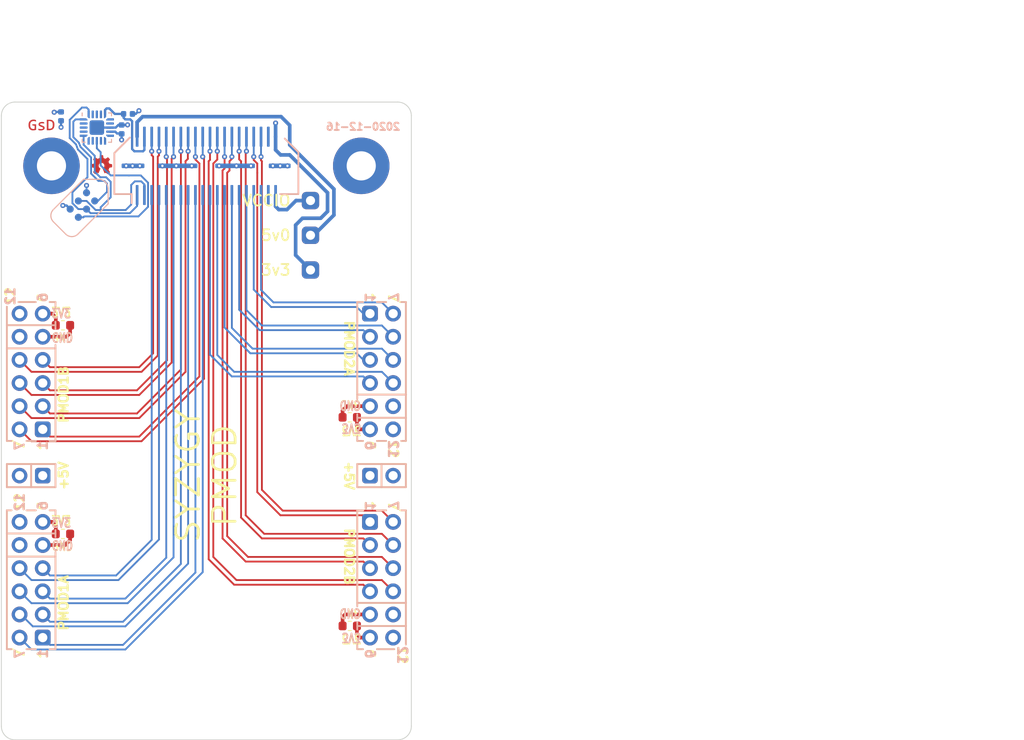
<source format=kicad_pcb>
(kicad_pcb (version 20201116) (generator pcbnew)
  (title_block (title "PMOD breakout") (date "2020-12-16") (rev "r1.0") (comment 1 "SYZYGY Pod"))
  (layers (0 "F.Cu" signal) (1 "In1.Cu" power) (2 "In2.Cu" signal) (31 "B.Cu" signal) (34 "B.Paste" user) (35 "F.Paste" user) (36 "B.SilkS" user "B.Silkscreen") (37 "F.SilkS" user "F.Silkscreen") (38 "B.Mask" user) (39 "F.Mask" user) (44 "Edge.Cuts" user))
  (net 0 "")
  (net 1 "GND")
  (net 2 "+3V3")
  (net 3 "/Peripheral MCU/MISO")
  (net 4 "/Peripheral MCU/~RESET")
  (net 5 "/SCL")
  (net 6 "/SDA")
  (net 7 "/RGA")
  (net 8 "/P1A1")
  (net 9 "/P1A2")
  (net 10 "/P1A7")
  (net 11 "/P1A8")
  (net 12 "/P1A3")
  (net 13 "/P1A4")
  (net 14 "/P1A9")
  (net 15 "+5V")
  (net 16 "/P1A10")
  (net 17 "/P1B1")
  (net 18 "/P1B2")
  (net 19 "/P1B7")
  (net 20 "/P1B8")
  (net 21 "/P1B3")
  (net 22 "/P1B4")
  (net 23 "/P1B9")
  (net 24 "/P1B10")
  (net 25 "/P2A1")
  (net 26 "/P2A2")
  (net 27 "/P2A7")
  (net 28 "/P2A8")
  (net 29 "/P2A3")
  (net 30 "/P2A4")
  (net 31 "/P2A9")
  (net 32 "/P2A10")
  (net 33 "/P2B1")
  (net 34 "/P2B2")
  (net 35 "/P2B7")
  (net 36 "/P2B8")
  (net 37 "/P2B3")
  (net 38 "/P2B4")
  (net 39 "/P2B9")
  (net 40 "/P2B10")
  (net 41 "no_connect_55")
  (net 42 "no_connect_56")
  (net 43 "no_connect_51")
  (net 44 "no_connect_52")
  (net 45 "no_connect_53")
  (net 46 "no_connect_54")
  (net 47 "Net-(U2-Pad2)")
  (net 48 "Net-(U2-Pad3)")
  (net 49 "Net-(U2-Pad4)")
  (net 50 "Net-(U2-Pad11)")
  (net 51 "Net-(U2-Pad12)")
  (net 52 "Net-(U2-Pad14)")
  (net 53 "Net-(U2-Pad15)")
  (net 54 "Net-(J1-Pad37)")
  (net 55 "Net-(J1-Pad38)")
  (net 56 "/VCCIO")
  (footprint "Connector_PinHeader_2.54mm:PinHeader_1x01_P2.54mm_Vertical" (layer "F.Cu") (at 141.43 92.01)
    (fp_text reference "J6" hide)
    (fp_text value "Conn_01x01_Male" hide)
  )
  (footprint "Connector_PinHeader_2.54mm:PinHeader_2x01_P2.54mm_Vertical" (layer "F.Cu") (at 147.96 122.2)
    (fp_text reference "J7" hide)
    (fp_text value "5V AUX" hide)
  )
  (footprint "Capacitor_SMD:C_0603_1608Metric" (layer "F.Cu") (at 145.74 138.7)
    (fp_text reference "C2" hide)
    (fp_text value "DNP" hide)
  )
  (footprint "Capacitor_SMD:C_0603_1608Metric" (layer "F.Cu") (at 114.26 105.7 180)
    (fp_text reference "C4" hide)
    (fp_text value "DNP" hide)
  )
  (footprint "MountingHole:MountingHole_3.2mm_M3_DIN965" (layer "F.Cu") (at 147.5 98.2 90)
    (fp_text reference "H2" hide)
    (fp_text value "MountingHole" hide)
  )
  (footprint "MountingHole:MountingHole_3.2mm_M3_DIN965" (layer "F.Cu") (at 112.4 146.2 90)
    (fp_text reference "H3" hide)
    (fp_text value "MountingHole" hide)
  )
  (footprint "MountingHole:MountingHole_3.2mm_M3_DIN965" (layer "F.Cu") (at 112.5 98.2 90)
    (fp_text reference "H1" hide)
    (fp_text value "MountingHole" hide)
  )
  (footprint "Connector_PinHeader_2.54mm:PinHeader_2x01_P2.54mm_Vertical" (layer "F.Cu") (at 112.04 122.2 180)
    (fp_text reference "J10" hide)
    (fp_text value "5V AUX" hide)
  )
  (footprint "gkl_logos:gsd_logo_small" (layer "F.Cu") (at 111.9 83.8)
    (fp_text reference "G***" hide)
    (fp_text value "LOGO" hide)
  )
  (footprint "Connector_PinHeader_1.00mm:PinHeader_1x01_P1.00mm_Vertical" (layer "F.Cu") (at 146.56 142.81)
    (fp_text reference "" hide)
    (fp_text value "" hide)
  )
  (footprint "gsd-footprints:PMOD_Angled_2x06" (layer "F.Cu") (at 147.96 117.12 90)
    (fp_text reference "J2" hide)
    (fp_text value "PMOD" hide)
  )
  (footprint "MountingHole:MountingHole_3.2mm_M3_DIN965" (layer "F.Cu") (at 147.5 146.2 90)
    (fp_text reference "H4" hide)
    (fp_text value "MountingHole" hide)
  )
  (footprint "gsd-footprints:PMOD_Angled_2x06" (layer "F.Cu") (at 147.96 139.98 90)
    (fp_text reference "J8" hide)
    (fp_text value "PMOD" hide)
  )
  (footprint "Capacitor_SMD:C_0603_1608Metric" (layer "F.Cu") (at 145.74 115.8)
    (fp_text reference "C1" hide)
    (fp_text value "DNP" hide)
  )
  (footprint "Connector_PinHeader_2.54mm:PinHeader_1x01_P2.54mm_Vertical" (layer "F.Cu") (at 141.43 95.82)
    (fp_text reference "J4" hide)
    (fp_text value "Conn_01x01_Male" hide)
  )
  (footprint "gsd-footprints:PMOD_Angled_2x06" (layer "F.Cu") (at 112.04 127.28 -90)
    (fp_text reference "J9" hide)
    (fp_text value "PMOD" hide)
  )
  (footprint "gsd-footprints:PMOD_Angled_2x06" (layer "F.Cu") (at 112.04 104.42 -90)
    (fp_text reference "J11" hide)
    (fp_text value "PMOD" hide)
  )
  (footprint "Connector_PinHeader_2.54mm:PinHeader_1x01_P2.54mm_Vertical" (layer "F.Cu") (at 141.43 99.63)
    (fp_text reference "J5" hide)
    (fp_text value "Conn_01x01_Male" hide)
  )
  (footprint "Capacitor_SMD:C_0603_1608Metric" (layer "F.Cu") (at 114.26 128.6 180)
    (fp_text reference "C3" hide)
    (fp_text value "DNP" hide)
  )
  (footprint "gkl_logos:oshw_small" (layer "F.Cu") (at 118.5 88.1)
    (fp_text reference "G***" hide)
    (fp_text value "LOGO" hide)
  )
  (footprint "gsd-footprints:SYZYGY-STD-POD" (layer "B.Cu") (at 130 88.2 180)
    (fp_text reference "J1" hide)
    (fp_text value "SYZYGY-STD" hide)
  )
  (footprint "Package_DFN_QFN:QFN-20-1EP_3x3mm_P0.45mm_EP1.6x1.6mm" (layer "B.Cu") (at 117.979 84 -90)
    (fp_text reference "U2" hide)
    (fp_text value "ATtiny44A-MMH" hide)
  )
  (footprint "Resistor_SMD:R_0402_1005Metric" (layer "B.Cu") (at 121.4 82.5 180)
    (fp_text reference "R15" hide)
    (fp_text value "10K" hide)
  )
  (footprint "Capacitor_SMD:C_0402_1005Metric" (layer "B.Cu") (at 120.7 84.2 90)
    (fp_text reference "C9" hide)
    (fp_text value "0.1uF" hide)
  )
  (footprint "Capacitor_SMD:C_0402_1005Metric" (layer "B.Cu") (at 114.05 82.765 90)
    (fp_text reference "C10" hide)
    (fp_text value "1uF" hide)
  )
  (footprint "pkl_tag_connect:TC2030-NL_SMALL" (layer "B.Cu") (at 116.4 92.5 -135)
    (fp_text reference "J3" hide)
    (fp_text value "TagConnect" hide)
  )
  (gr_line (start 151.897 118.39) (end 151.389 118.39) (layer "B.SilkS") (width 0.2))
  (gr_line (start 151.897 103.15) (end 151.389 103.15) (layer "B.SilkS") (width 0.2))
  (gr_line (start 108.103 126.01) (end 108.611 126.01) (layer "B.SilkS") (width 0.2))
  (gr_line (start 151.897 138.71) (end 151.897 140.742) (layer "B.SilkS") (width 0.2))
  (gr_line (start 151.897 115.85) (end 146.563001 115.85) (layer "B.SilkS") (width 0.2))
  (gr_line (start 151.897 126.01) (end 151.389 126.01) (layer "B.SilkS") (width 0.2))
  (gr_line (start 108.103 131.09) (end 108.103 128.55) (layer "B.SilkS") (width 0.2))
  (gr_line (start 112.802 118.39) (end 113.437 118.39) (layer "B.SilkS") (width 0.2))
  (gr_line (start 149.738 126.01) (end 148.722 126.01) (layer "B.SilkS") (width 0.2))
  (gr_line (start 113.437 123.47) (end 113.437 120.93) (layer "B.SilkS") (width 0.2))
  (gr_line (start 113.437 141.25) (end 113.436999 130.582) (layer "B.SilkS") (width 0.2))
  (gr_line (start 147.198 126.01) (end 146.563 126.01) (layer "B.SilkS") (width 0.2))
  (gr_line (start 113.437 128.931) (end 113.437 128.169) (layer "B.SilkS") (width 0.2))
  (gr_line (start 108.103 118.39) (end 108.611 118.39) (layer "B.SilkS") (width 0.2))
  (gr_line (start 108.103 128.55) (end 113.436999 128.55) (layer "B.SilkS") (width 0.2))
  (gr_line (start 146.563 126.01) (end 146.563 136.551) (layer "B.SilkS") (width 0.2))
  (gr_line (start 149.23 120.93) (end 149.23 123.47) (layer "B.SilkS") (width 0.2))
  (gr_line (start 108.103 120.93) (end 113.437 120.93) (layer "B.SilkS") (width 0.2))
  (gr_line (start 108.103 123.470001) (end 108.103 120.93) (layer "B.SilkS") (width 0.2))
  (gr_line (start 113.436999 126.518) (end 113.437 126.01) (layer "B.SilkS") (width 0.2))
  (gr_line (start 113.437 106.071) (end 113.437 105.309) (layer "B.SilkS") (width 0.2))
  (gr_line (start 108.103 105.69) (end 113.436999 105.69) (layer "B.SilkS") (width 0.2))
  (gr_line (start 151.897 113.31) (end 151.897 115.85) (layer "B.SilkS") (width 0.2))
  (gr_line (start 151.897 136.17) (end 151.897 126.01) (layer "B.SilkS") (width 0.2))
  (gr_line (start 109.373 103.15) (end 111.278 103.15) (layer "B.SilkS") (width 0.2))
  (gr_line (start 108.103 105.69) (end 108.103 103.658) (layer "B.SilkS") (width 0.2))
  (gr_line (start 108.103 131.09) (end 108.103 141.25) (layer "B.SilkS") (width 0.2))
  (gr_line (start 151.897 120.929999) (end 146.563 120.93) (layer "B.SilkS") (width 0.2))
  (gr_line (start 151.897 138.71) (end 146.563001 138.71) (layer "B.SilkS") (width 0.2))
  (gr_line (start 147.198 103.15) (end 146.563 103.15) (layer "B.SilkS") (width 0.2))
  (gr_line (start 108.103 108.23) (end 108.103 105.69) (layer "B.SilkS") (width 0.2))
  (gr_line (start 151.897 136.17) (end 146.563 136.17) (layer "B.SilkS") (width 0.2))
  (gr_line (start 113.437 118.39) (end 113.437 107.849) (layer "B.SilkS") (width 0.2))
  (gr_line (start 151.897 113.31) (end 146.563 113.31) (layer "B.SilkS") (width 0.2))
  (gr_line (start 108.103 108.23) (end 113.437 108.23) (layer "B.SilkS") (width 0.2))
  (gr_line (start 146.563 141.25) (end 147.198 141.25) (layer "B.SilkS") (width 0.2))
  (gr_line (start 108.103 141.25) (end 108.611 141.25) (layer "B.SilkS") (width 0.2))
  (gr_line (start 149.738 118.39) (end 148.722 118.39) (layer "B.SilkS") (width 0.2))
  (gr_line (start 113.437 126.01) (end 112.802 126.01) (layer "B.SilkS") (width 0.2))
  (gr_line (start 151.897 120.929999) (end 151.897 123.47) (layer "B.SilkS") (width 0.2))
  (gr_line (start 113.437 103.15) (end 112.802 103.15) (layer "B.SilkS") (width 0.2))
  (gr_line (start 151.897 136.17) (end 151.897 138.71) (layer "B.SilkS") (width 0.2))
  (gr_line (start 151.897 123.47) (end 146.563 123.47) (layer "B.SilkS") (width 0.2))
  (gr_line (start 146.563 118.39) (end 147.198 118.39) (layer "B.SilkS") (width 0.2))
  (gr_line (start 146.563001 140.742) (end 146.563 141.25) (layer "B.SilkS") (width 0.2))
  (gr_line (start 110.262 141.25) (end 111.278 141.25) (layer "B.SilkS") (width 0.2))
  (gr_line (start 146.563 115.469) (end 146.563 116.231) (layer "B.SilkS") (width 0.2))
  (gr_line (start 108.103 131.09) (end 113.437 131.09) (layer "B.SilkS") (width 0.2))
  (gr_line (start 110.262 126.01) (end 111.278 126.01) (layer "B.SilkS") (width 0.2))
  (gr_line (start 151.897 113.31) (end 151.897 103.15) (layer "B.SilkS") (width 0.2))
  (gr_line (start 112.802 141.25) (end 113.437 141.25) (layer "B.SilkS") (width 0.2))
  (gr_line (start 108.103 108.23) (end 108.103 118.39) (layer "B.SilkS") (width 0.2))
  (gr_line (start 150.627 141.25) (end 148.722 141.25) (layer "B.SilkS") (width 0.2))
  (gr_line (start 146.563 120.93) (end 146.563 123.47) (layer "B.SilkS") (width 0.2))
  (gr_line (start 108.103 123.470001) (end 113.437 123.47) (layer "B.SilkS") (width 0.2))
  (gr_line (start 151.897 115.85) (end 151.897 118.39) (layer "B.SilkS") (width 0.2))
  (gr_line (start 110.77 123.47) (end 110.77 120.93) (layer "B.SilkS") (width 0.2))
  (gr_line (start 146.563001 117.882) (end 146.563 118.39) (layer "B.SilkS") (width 0.2))
  (gr_line (start 110.262 118.39) (end 111.278 118.39) (layer "B.SilkS") (width 0.2))
  (gr_line (start 113.436999 103.658) (end 113.437 103.15) (layer "B.SilkS") (width 0.2))
  (gr_line (start 149.738 103.15) (end 148.722 103.15) (layer "B.SilkS") (width 0.2))
  (gr_line (start 146.563 103.15) (end 146.563001 113.818) (layer "B.SilkS") (width 0.2))
  (gr_line (start 108.103 128.55) (end 108.103 126.01) (layer "B.SilkS") (width 0.2))
  (gr_line (start 146.563 138.329) (end 146.563 139.091) (layer "B.SilkS") (width 0.2))
  (gr_line (start 112.802001 105.69) (end 108.103 105.69) (layer "F.SilkS") (width 0.2))
  (gr_line (start 108.103 118.39) (end 108.103 105.69) (layer "F.SilkS") (width 0.2))
  (gr_line (start 146.563 118.009) (end 146.563 118.39) (layer "F.SilkS") (width 0.2))
  (gr_line (start 151.262 126.01) (end 151.897 126.01) (layer "F.SilkS") (width 0.2))
  (gr_line (start 146.562999 103.15) (end 147.198 103.15) (layer "F.SilkS") (width 0.2))
  (gr_line (start 151.262 103.15) (end 151.897 103.15) (layer "F.SilkS") (width 0.2))
  (gr_line (start 146.563001 136.169999) (end 151.897 136.17) (layer "F.SilkS") (width 0.2))
  (gr_line (start 146.563001 136.169999) (end 146.563 136.423999) (layer "F.SilkS") (width 0.2))
  (gr_line (start 108.103 128.55) (end 108.103 126.01) (layer "F.SilkS") (width 0.2))
  (gr_line (start 146.563 120.929999) (end 146.563 123.47) (layer "F.SilkS") (width 0.2))
  (gr_line (start 111.278 118.39) (end 110.262001 118.39) (layer "F.SilkS") (width 0.2))
  (gr_line (start 112.802001 128.55) (end 108.103 128.55) (layer "F.SilkS") (width 0.2))
  (gr_line (start 151.897 103.15) (end 151.897 115.85) (layer "F.SilkS") (width 0.2))
  (gr_line (start 111.278 126.01) (end 110.262 126.01) (layer "F.SilkS") (width 0.2))
  (gr_line (start 148.722 141.25) (end 150.627 141.25) (layer "F.SilkS") (width 0.2))
  (gr_line (start 147.197999 138.71) (end 151.897 138.71) (layer "F.SilkS") (width 0.2))
  (gr_line (start 111.278 103.15) (end 109.373 103.15) (layer "F.SilkS") (width 0.2))
  (gr_line (start 146.563 141.25) (end 147.198 141.25) (layer "F.SilkS") (width 0.2))
  (gr_line (start 151.897 126.01) (end 151.897 138.71) (layer "F.SilkS") (width 0.2))
  (gr_line (start 146.563001 136.169999) (end 146.562999 126.01) (layer "F.SilkS") (width 0.2))
  (gr_line (start 108.738 141.25) (end 108.103 141.25) (layer "F.SilkS") (width 0.2))
  (gr_line (start 113.436999 108.230001) (end 113.437 107.976001) (layer "F.SilkS") (width 0.2))
  (gr_line (start 110.77 123.47) (end 110.77 120.93) (layer "F.SilkS") (width 0.2))
  (gr_line (start 113.437 120.93) (end 108.103 120.93) (layer "F.SilkS") (width 0.2))
  (gr_line (start 149.23 120.93) (end 149.23 123.47) (layer "F.SilkS") (width 0.2))
  (gr_line (start 146.563 140.869) (end 146.563 141.25) (layer "F.SilkS") (width 0.2))
  (gr_line (start 111.278 141.25) (end 110.262001 141.25) (layer "F.SilkS") (width 0.2))
  (gr_line (start 113.436999 108.230001) (end 113.437001 118.39) (layer "F.SilkS") (width 0.2))
  (gr_line (start 113.436999 131.090001) (end 113.437 130.709) (layer "F.SilkS") (width 0.2))
  (gr_line (start 108.103 123.47) (end 108.103 120.93) (layer "F.SilkS") (width 0.2))
  (gr_line (start 108.103 141.25) (end 108.103 128.55) (layer "F.SilkS") (width 0.2))
  (gr_line (start 146.563001 113.309999) (end 151.897 113.31) (layer "F.SilkS") (width 0.2))
  (gr_line (start 113.436999 131.090001) (end 108.103 131.09) (layer "F.SilkS") (width 0.2))
  (gr_line (start 151.897 138.71) (end 151.897 140.742) (layer "F.SilkS") (width 0.2))
  (gr_line (start 108.738 118.39) (end 108.103 118.39) (layer "F.SilkS") (width 0.2))
  (gr_line (start 113.436999 131.090001) (end 113.437001 141.25) (layer "F.SilkS") (width 0.2))
  (gr_line (start 151.897 115.85) (end 151.897 118.39) (layer "F.SilkS") (width 0.2))
  (gr_line (start 151.897 120.93) (end 151.897 123.47) (layer "F.SilkS") (width 0.2))
  (gr_line (start 113.436999 108.230001) (end 108.103 108.23) (layer "F.SilkS") (width 0.2))
  (gr_line (start 146.563 123.47) (end 151.897 123.47) (layer "F.SilkS") (width 0.2))
  (gr_line (start 148.722 103.15) (end 149.737999 103.15) (layer "F.SilkS") (width 0.2))
  (gr_line (start 146.563001 113.309999) (end 146.563 113.691) (layer "F.SilkS") (width 0.2))
  (gr_line (start 113.437 103.15) (end 112.802 103.15) (layer "F.SilkS") (width 0.2))
  (gr_line (start 146.563 118.39) (end 147.198 118.39) (layer "F.SilkS") (width 0.2))
  (gr_line (start 146.562999 126.01) (end 147.198 126.01) (layer "F.SilkS") (width 0.2))
  (gr_line (start 108.611 126.01) (end 108.103 126.01) (layer "F.SilkS") (width 0.2))
  (gr_line (start 148.722 126.01) (end 149.737999 126.01) (layer "F.SilkS") (width 0.2))
  (gr_line (start 113.437 123.470001) (end 113.437 120.93) (layer "F.SilkS") (width 0.2))
  (gr_line (start 108.103 105.69) (end 108.103 103.658) (layer "F.SilkS") (width 0.2))
  (gr_line (start 147.197999 115.85) (end 151.897 115.85) (layer "F.SilkS") (width 0.2))
  (gr_line (start 113.437 126.01) (end 112.802 126.01) (layer "F.SilkS") (width 0.2))
  (gr_line (start 113.437 126.391) (end 113.437 126.01) (layer "F.SilkS") (width 0.2))
  (gr_line (start 148.722 118.39) (end 149.738 118.39) (layer "F.SilkS") (width 0.2))
  (gr_line (start 113.437 123.470001) (end 108.103 123.47) (layer "F.SilkS") (width 0.2))
  (gr_line (start 113.437001 118.39) (end 112.802 118.39) (layer "F.SilkS") (width 0.2))
  (gr_line (start 146.563 120.929999) (end 151.897 120.93) (layer "F.SilkS") (width 0.2))
  (gr_line (start 113.437001 141.25) (end 112.802 141.25) (layer "F.SilkS") (width 0.2))
  (gr_line (start 113.437 103.531) (end 113.437 103.15) (layer "F.SilkS") (width 0.2))
  (gr_line (start 146.563001 113.309999) (end 146.562999 103.15) (layer "F.SilkS") (width 0.2))
  (gr_line (start 151.389 118.39) (end 151.897 118.39) (layer "F.SilkS") (width 0.2))
  (gr_line (start 151 151.2) (end 109 151.2) (layer "Edge.Cuts") (width 0.1))
  (gr_line (start 109 81.2) (end 151 81.2) (layer "Edge.Cuts") (width 0.1))
  (gr_line (start 107.5 149.7) (end 107.5 82.7) (layer "Edge.Cuts") (width 0.1))
  (gr_arc (start 109 82.7) (end 109 81.2) (angle -90) (layer "Edge.Cuts") (width 0.1))
  (gr_arc (start 109 149.7) (end 107.5 149.7) (angle -90) (layer "Edge.Cuts") (width 0.1))
  (gr_line (start 152.5 82.7) (end 152.5 149.7) (layer "Edge.Cuts") (width 0.1))
  (gr_arc (start 151 82.7) (end 152.5 82.7) (angle -90) (layer "Edge.Cuts") (width 0.1))
  (gr_arc (start 151 149.7) (end 151 151.2) (angle -90) (layer "Edge.Cuts") (width 0.1))
  (gr_text "1" (at 112.04 118.898 90) (layer "B.SilkS") (effects (font (size 1 1) (thickness 0.25)) (justify mirror)))
  (gr_text "6" (at 112.04 125.502 90) (layer "B.SilkS") (effects (font (size 1 1) (thickness 0.25)) (justify mirror)))
  (gr_text "3V3" (at 145.928 139.98 180) (layer "B.SilkS") (effects (font (size 1 0.75) (thickness 0.1875)) (justify mirror)))
  (gr_text "GND" (at 145.801 114.58) (layer "B.SilkS") (effects (font (size 1 0.75) (thickness 0.1875)) (justify mirror)))
  (gr_text "7" (at 109.5 118.897999 90) (layer "B.SilkS") (effects (font (size 1 1) (thickness 0.25)) (justify mirror)))
  (gr_text "12" (at 108.484 102.515001 90) (layer "B.SilkS") (effects (font (size 1 1) (thickness 0.25)) (justify mirror)))
  (gr_text "12" (at 151.516 141.884999 270) (layer "B.SilkS") (effects (font (size 1 1) (thickness 0.25)) (justify mirror)))
  (gr_text "GND" (at 145.801 137.4) (layer "B.SilkS") (effects (font (size 1 0.75) (thickness 0.1875)) (justify mirror)))
  (gr_text "3V3" (at 114.072 104.42) (layer "B.SilkS") (effects (font (size 1 0.75) (thickness 0.1875)) (justify mirror)))
  (gr_text "6" (at 112.04 102.642 90) (layer "B.SilkS") (effects (font (size 1 1) (thickness 0.25)) (justify mirror)))
  (gr_text "GND" (at 114.199 129.82 180) (layer "B.SilkS") (effects (font (size 1 0.75) (thickness 0.1875)) (justify mirror)))
  (gr_text "12" (at 109.5 125.121 90) (layer "B.SilkS") (effects (font (size 1 1) (thickness 0.25)) (justify mirror)))
  (gr_text "1" (at 147.96 125.502 270) (layer "B.SilkS") (effects (font (size 1 1) (thickness 0.25)) (justify mirror)))
  (gr_text "12" (at 150.5 119.279 270) (layer "B.SilkS") (effects (font (size 1 1) (thickness 0.25)) (justify mirror)))
  (gr_text "GND" (at 114.199 107 180) (layer "B.SilkS") (effects (font (size 1 0.75) (thickness 0.1875)) (justify mirror)))
  (gr_text "1" (at 112.06 141.75 90) (layer "B.SilkS") (effects (font (size 1 1) (thickness 0.25)) (justify mirror)))
  (gr_text "7" (at 109.51 141.750001 90) (layer "B.SilkS") (effects (font (size 1 1) (thickness 0.25)) (justify mirror)))
  (gr_text "6" (at 147.96 118.898 270) (layer "B.SilkS") (effects (font (size 1 1) (thickness 0.25)) (justify mirror)))
  (gr_text "7" (at 150.5 125.502001 270) (layer "B.SilkS") (effects (font (size 1 1) (thickness 0.25)) (justify mirror)))
  (gr_text "1" (at 147.94 102.65 270) (layer "B.SilkS") (effects (font (size 1 1) (thickness 0.25)) (justify mirror)))
  (gr_text "2020-12-16" (at 147.2 83.9) (layer "B.SilkS") (effects (font (size 0.8 0.8) (thickness 0.2)) (justify mirror)))
  (gr_text "6" (at 147.96 141.758 270) (layer "B.SilkS") (effects (font (size 1 1) (thickness 0.25)) (justify mirror)))
  (gr_text "3V3" (at 145.928 117 180) (layer "B.SilkS") (effects (font (size 1 0.75) (thickness 0.1875)) (justify mirror)))
  (gr_text "3V3" (at 114.072 127.4) (layer "B.SilkS") (effects (font (size 1 0.75) (thickness 0.1875)) (justify mirror)))
  (gr_text "7" (at 150.49 102.649999 270) (layer "B.SilkS") (effects (font (size 1 1) (thickness 0.25)) (justify mirror)))
  (gr_text "GND" (at 145.801 114.453 180) (layer "F.SilkS") (effects (font (size 1 0.75) (thickness 0.1875))))
  (gr_text "6" (at 147.96 141.758 270) (layer "F.SilkS") (effects (font (size 1 1) (thickness 0.25))))
  (gr_text "7" (at 109.5 141.757999 90) (layer "F.SilkS") (effects (font (size 1 1) (thickness 0.25))))
  (gr_text "6" (at 147.96 118.898 270) (layer "F.SilkS") (effects (font (size 1 1) (thickness 0.25))))
  (gr_text "6" (at 112.04 102.642 90) (layer "F.SilkS") (effects (font (size 1 1) (thickness 0.25))))
  (gr_text "VCCIO" (at 136.591428 92.01) (layer "F.SilkS") (effects (font (size 1.2 1.2) (thickness 0.2))))
  (gr_text "1" (at 112.04 141.758 90) (layer "F.SilkS") (effects (font (size 1 1) (thickness 0.25))))
  (gr_text "7" (at 150.5 125.502001 270) (layer "F.SilkS") (effects (font (size 1 1) (thickness 0.25))))
  (gr_text "GND" (at 114.199 107.087) (layer "F.SilkS") (effects (font (size 1 0.75) (thickness 0.1875))))
  (gr_text "1" (at 112.04 118.898 90) (layer "F.SilkS") (effects (font (size 1 1) (thickness 0.25))))
  (gr_text "7" (at 150.5 102.642001 270) (layer "F.SilkS") (effects (font (size 1 1) (thickness 0.25))))
  (gr_text "12" (at 109.5 125.121 90) (layer "F.SilkS") (effects (font (size 1 1) (thickness 0.25))))
  (gr_text "1" (at 147.96 125.502 270) (layer "F.SilkS") (effects (font (size 1 1) (thickness 0.25))))
  (gr_text "GND" (at 145.801 137.313 180) (layer "F.SilkS") (effects (font (size 1 0.75) (thickness 0.1875))))
  (gr_text "1" (at 147.96 102.642 270) (layer "F.SilkS") (effects (font (size 1 1) (thickness 0.25))))
  (gr_text "3V3" (at 145.94 117.247 180) (layer "F.SilkS") (effects (font (size 1 0.75) (thickness 0.1875))))
  (gr_text "PMOD2A" (at 145.674 108.23 270) (layer "F.SilkS") (effects (font (size 1 1) (thickness 0.25))))
  (gr_text "GND" (at 114.199 129.947) (layer "F.SilkS") (effects (font (size 1 0.75) (thickness 0.1875))))
  (gr_text "12" (at 151.516 141.884999 270) (layer "F.SilkS") (effects (font (size 1 1) (thickness 0.25))))
  (gr_text "12" (at 108.484 102.515001 90) (layer "F.SilkS") (effects (font (size 1 1) (thickness 0.25))))
  (gr_text "+5V" (at 145.674 122.2 270) (layer "F.SilkS") (effects (font (size 1 1) (thickness 0.25))))
  (gr_text "3v3" (at 137.62 99.63) (layer "F.SilkS") (effects (font (size 1.2 1.2) (thickness 0.2))))
  (gr_text "PMOD2B" (at 145.674 131.09 270) (layer "F.SilkS") (effects (font (size 1 1) (thickness 0.25))))
  (gr_text "3V3" (at 114.06 127.153) (layer "F.SilkS") (effects (font (size 1 0.75) (thickness 0.1875))))
  (gr_text "PMOD1B" (at 114.326 113.31 90) (layer "F.SilkS") (effects (font (size 1 1) (thickness 0.25))))
  (gr_text "PMOD1A" (at 114.326 136.17 90) (layer "F.SilkS") (effects (font (size 1 1) (thickness 0.25))))
  (gr_text "3V3" (at 114.06 104.293) (layer "F.SilkS") (effects (font (size 1 0.75) (thickness 0.1875))))
  (gr_text "7" (at 109.5 118.897999 90) (layer "F.SilkS") (effects (font (size 1 1) (thickness 0.25))))
  (gr_text "3V3" (at 145.94 140.107 180) (layer "F.SilkS") (effects (font (size 1 0.75) (thickness 0.1875))))
  (gr_text "5v0" (at 137.62 95.82) (layer "F.SilkS") (effects (font (size 1.2 1.2) (thickness 0.2))))
  (gr_text "12" (at 150.5 119.279 270) (layer "F.SilkS") (effects (font (size 1 1) (thickness 0.25))))
  (gr_text "+5V" (at 114.326 122.2 90) (layer "F.SilkS") (effects (font (size 1 1) (thickness 0.25))))
  (gr_text "SYZYGY\nPMOD" (at 130 122.2 90) (layer "F.SilkS") (effects (font (size 2.5 2.7) (thickness 0.3))))
  (gr_text "6" (at 112.04 125.502 90) (layer "F.SilkS") (effects (font (size 1 1) (thickness 0.25))))
  (segment (start 115.0475 105.7) (end 115.0475 106.5561) (width 0.4) (layer "F.Cu") (net 1))
  (segment (start 144.9525 137.7127) (end 145.2252 137.44) (width 0.4) (layer "F.Cu") (net 1))
  (segment (start 145.4284 114.58) (end 147.96 114.58) (width 0.4) (layer "F.Cu") (net 1))
  (segment (start 114.4912 129.82) (end 112.04 129.82) (width 0.4) (layer "F.Cu") (net 1))
  (segment (start 115.0475 106.5561) (end 114.6436 106.96) (width 0.4) (layer "F.Cu") (net 1))
  (segment (start 115.0475 128.6) (end 115.0475 129.2637) (width 0.4) (layer "F.Cu") (net 1))
  (segment (start 144.9525 115.8) (end 144.9525 115.0559) (width 0.4) (layer "F.Cu") (net 1))
  (segment (start 144.9525 138.7) (end 144.9525 137.7127) (width 0.4) (layer "F.Cu") (net 1))
  (segment (start 115.0475 129.2637) (end 114.4912 129.82) (width 0.4) (layer "F.Cu") (net 1))
  (segment (start 144.9525 115.0559) (end 145.4284 114.58) (width 0.4) (layer "F.Cu") (net 1))
  (segment (start 114.6436 106.96) (end 112.04 106.96) (width 0.4) (layer "F.Cu") (net 1))
  (segment (start 145.2252 137.44) (end 147.96 137.44) (width 0.4) (layer "F.Cu") (net 1))
  (via (at 125.174 88.2) (size 0.55) (drill 0.25) (layers "F.Cu" "B.Cu") (net 1))
  (via (at 137.3 88.2) (size 0.55) (drill 0.25) (layers "F.Cu" "B.Cu") (net 1))
  (via (at 128.4 88.2) (size 0.55) (drill 0.25) (layers "F.Cu" "B.Cu") (net 1))
  (via (at 131.4 88.2) (size 0.55) (drill 0.25) (layers "F.Cu" "B.Cu") (net 1))
  (via (at 133.302 88.2) (size 0.55) (drill 0.25) (layers "F.Cu" "B.Cu") (net 1))
  (via (at 138.9 88.2) (size 0.55) (drill 0.25) (layers "F.Cu" "B.Cu") (net 1))
  (via (at 113.3 82.315) (size 0.55) (drill 0.25) (layers "F.Cu" "B.Cu") (net 1))
  (via (at 126.698 88.2) (size 0.55) (drill 0.25) (layers "F.Cu" "B.Cu") (net 1))
  (via (at 121.2 88.2) (size 0.55) (drill 0.25) (layers "F.Cu" "B.Cu") (net 1))
  (via (at 121.35 83.7) (size 0.55) (drill 0.25) (layers "F.Cu" "B.Cu") (net 1))
  (via (at 114.25 92.55) (size 0.55) (drill 0.25) (layers "F.Cu" "B.Cu") (net 1))
  (via (at 122.7 88.2) (size 0.55) (drill 0.25) (layers "F.Cu" "B.Cu") (net 1))
  (via (at 138.1 88.2) (size 0.55) (drill 0.25) (layers "F.Cu" "B.Cu") (net 1))
  (via (at 134.9 88.2) (size 0.55) (drill 0.25) (layers "F.Cu" "B.Cu") (net 1))
  (via (at 121.9 88.2) (size 0.55) (drill 0.25) (layers "F.Cu" "B.Cu") (net 1))
  (segment (start 113.335 82.28) (end 113.3 82.315) (width 0.25) (layer "B.Cu") (net 1))
  (segment (start 119.429 84) (end 120.05 84) (width 0.25) (layer "B.Cu") (net 1))
  (segment (start 115.052962 92.949013) (end 114.653949 92.55) (width 0.25) (layer "B.Cu") (net 1))
  (segment (start 121.335 83.715) (end 121.35 83.7) (width 0.25) (layer "B.Cu") (net 1))
  (segment (start 120.7 83.715) (end 121.335 83.715) (width 0.25) (layer "B.Cu") (net 1))
  (segment (start 119.429 84) (end 117.979 84) (width 0.25) (layer "B.Cu") (net 1))
  (segment (start 114.653949 92.55) (end 114.25 92.55) (width 0.25) (layer "B.Cu") (net 1))
  (segment (start 120.05 84) (end 120.335 83.715) (width 0.25) (layer "B.Cu") (net 1))
  (segment (start 120.335 83.715) (end 120.7 83.715) (width 0.25) (layer "B.Cu") (net 1))
  (segment (start 114.05 82.28) (end 113.335 82.28) (width 0.25) (layer "B.Cu") (net 1))
  (segment (start 146.5275 116.7671) (end 146.8804 117.12) (width 0.4) (layer "F.Cu") (net 2))
  (segment (start 113.4725 104.8449) (end 113.0476 104.42) (width 0.4) (layer "F.Cu") (net 2))
  (segment (start 146.5275 139.6271) (end 146.8804 139.98) (width 0.4) (layer "F.Cu") (net 2))
  (segment (start 113.0476 127.28) (end 112.04 127.28) (width 0.4) (layer "F.Cu") (net 2))
  (segment (start 113.4725 105.7) (end 113.4725 104.8449) (width 0.4) (layer "F.Cu") (net 2))
  (segment (start 113.4725 127.7049) (end 113.0476 127.28) (width 0.4) (layer "F.Cu") (net 2))
  (segment (start 146.8804 139.98) (end 147.96 139.98) (width 0.4) (layer "F.Cu") (net 2))
  (segment (start 146.8804 117.12) (end 147.96 117.12) (width 0.4) (layer "F.Cu") (net 2))
  (segment (start 113.4725 128.6) (end 113.4725 127.7049) (width 0.4) (layer "F.Cu") (net 2))
  (segment (start 146.5275 138.7) (end 146.5275 139.6271) (width 0.4) (layer "F.Cu") (net 2))
  (segment (start 146.5275 115.8) (end 146.5275 116.7671) (width 0.4) (layer "F.Cu") (net 2))
  (segment (start 113.0476 104.42) (end 112.04 104.42) (width 0.4) (layer "F.Cu") (net 2))
  (via (at 116.85 90.35) (size 0.55) (drill 0.25) (layers "F.Cu" "B.Cu") (net 2))
  (via (at 137.6 83.5) (size 0.55) (drill 0.25) (layers "F.Cu" "B.Cu") (net 2))
  (via (at 114.05 83.965) (size 0.55) (drill 0.25) (layers "F.Cu" "B.Cu") (net 2))
  (via (at 120.7 85.35) (size 0.55) (drill 0.25) (layers "F.Cu" "B.Cu") (net 2))
  (via (at 122.6 82.15) (size 0.55) (drill 0.25) (layers "F.Cu" "B.Cu") (net 2))
  (segment (start 137.6 85) (end 137.6 83.5) (width 0.4) (layer "B.Cu") (net 2))
  (segment (start 143.3 93.2) (end 143.3 91.15) (width 0.4) (layer "B.Cu") (net 2))
  (segment (start 116.849013 91.152962) (end 116.849013 90.350987) (width 0.2) (layer "B.Cu") (net 2))
  (segment (start 138.15 87) (end 137.6 86.45) (width 0.4) (layer "B.Cu") (net 2))
  (segment (start 121.885 82.5) (end 122.25 82.5) (width 0.25) (layer "B.Cu") (net 2))
  (segment (start 139.15 87) (end 138.15 87) (width 0.4) (layer "B.Cu") (net 2))
  (segment (start 119.429 84.45) (end 120 84.45) (width 0.25) (layer "B.Cu") (net 2))
  (segment (start 139.8 94.7) (end 140.55 93.95) (width 0.4) (layer "B.Cu") (net 2))
  (segment (start 116.849013 90.350987) (end 116.85 90.35) (width 0.2) (layer "B.Cu") (net 2))
  (segment (start 120.7 84.685) (end 120.7 85.35) (width 0.25) (layer "B.Cu") (net 2))
  (segment (start 137.6 86.45) (end 137.6 85) (width 0.4) (layer "B.Cu") (net 2))
  (segment (start 143.3 91.15) (end 139.15 87) (width 0.4) (layer "B.Cu") (net 2))
  (segment (start 140.55 93.95) (end 142.55 93.95) (width 0.4) (layer "B.Cu") (net 2))
  (segment (start 122.25 82.5) (end 122.6 82.15) (width 0.25) (layer "B.Cu") (net 2))
  (segment (start 142.55 93.95) (end 143.3 93.2) (width 0.4) (layer "B.Cu") (net 2))
  (segment (start 141.43 99.63) (end 139.8 98) (width 0.4) (layer "B.Cu") (net 2))
  (segment (start 120.2 84.65) (end 120.665 84.65) (width 0.25) (layer "B.Cu") (net 2))
  (segment (start 120 84.45) (end 120.2 84.65) (width 0.25) (layer "B.Cu") (net 2))
  (segment (start 139.8 98) (end 139.8 94.7) (width 0.4) (layer "B.Cu") (net 2))
  (segment (start 114.05 83.25) (end 114.05 83.965) (width 0.25) (layer "B.Cu") (net 2))
  (segment (start 118.15 89.85) (end 118.8 89.85) (width 0.2) (layer "B.Cu") (net 3))
  (segment (start 118.099013 92.050987) (end 117.747038 92.050987) (width 0.2) (layer "B.Cu") (net 3))
  (segment (start 116.1875 86.1125) (end 117.35 87.275) (width 0.2) (layer "B.Cu") (net 3))
  (segment (start 116.529 83.1) (end 115.65 83.1) (width 0.2) (layer "B.Cu") (net 3))
  (segment (start 117.35 87.275) (end 117.35 89.05) (width 0.2) (layer "B.Cu") (net 3))
  (segment (start 117.35 89.05) (end 118.15 89.85) (width 0.2) (layer "B.Cu") (net 3))
  (segment (start 116 85.65) (end 116.1875 86.1125) (width 0.2) (layer "B.Cu") (net 3))
  (segment (start 115.4 83.35) (end 115.4 85.05) (width 0.2) (layer "B.Cu") (net 3))
  (segment (start 115.65 83.1) (end 115.4 83.35) (width 0.2) (layer "B.Cu") (net 3))
  (segment (start 119.1 90.15) (end 119.1 91.05) (width 0.2) (layer "B.Cu") (net 3))
  (segment (start 119.1 91.05) (end 118.099013 92.050987) (width 0.2) (layer "B.Cu") (net 3))
  (segment (start 115.4 85.05) (end 116 85.65) (width 0.2) (layer "B.Cu") (net 3))
  (segment (start 118.8 89.85) (end 119.1 90.15) (width 0.2) (layer "B.Cu") (net 3))
  (segment (start 121.55 89.25) (end 122.8 89.25) (width 0.2) (layer "B.Cu") (net 4))
  (segment (start 122.55 93.75) (end 116.6 93.75) (width 0.2) (layer "B.Cu") (net 4))
  (segment (start 123.6 90.05) (end 123.6 92.7) (width 0.2) (layer "B.Cu") (net 4))
  (segment (start 122.8 89.25) (end 123.6 90.05) (width 0.2) (layer "B.Cu") (net 4))
  (segment (start 123.6 92.7) (end 122.55 93.75) (width 0.2) (layer "B.Cu") (net 4))
  (segment (start 116.6 93.75) (end 116.5 93.85) (width 0.2) (layer "B.Cu") (net 4))
  (segment (start 121.45 89.25) (end 119.5 89.25) (width 0.2) (layer "B.Cu") (net 4))
  (segment (start 117.979 86.279) (end 117.979 86.179) (width 0.2) (layer "B.Cu") (net 4))
  (segment (start 119.5 89.25) (end 118.4 88.15) (width 0.2) (layer "B.Cu") (net 4))
  (segment (start 118.4 88.15) (end 118.4 86.7) (width 0.2) (layer "B.Cu") (net 4))
  (segment (start 121.55 89.25) (end 121.45 89.25) (width 0.2) (layer "B.Cu") (net 4))
  (segment (start 117.979 85.45) (end 117.979 86.179) (width 0.2) (layer "B.Cu") (net 4))
  (segment (start 116.497038 93.847038) (end 115.950987 93.847038) (width 0.2) (layer "B.Cu") (net 4))
  (segment (start 116.5 93.85) (end 116.497038 93.847038) (width 0.2) (layer "B.Cu") (net 4))
  (segment (start 118.4 86.7) (end 117.979 86.279) (width 0.2) (layer "B.Cu") (net 4))
  (segment (start 121.6 93.4) (end 117.3 93.4) (width 0.2) (layer "B.Cu") (net 5))
  (segment (start 115.949013 92.949013) (end 115.3 92.3) (width 0.2) (layer "B.Cu") (net 5))
  (segment (start 116.85 81.8) (end 117.079 82.029) (width 0.2) (layer "B.Cu") (net 5))
  (segment (start 117.3 93.4) (end 116.849013 92.949013) (width 0.2) (layer "B.Cu") (net 5))
  (segment (start 116.35 81.8) (end 116.85 81.8) (width 0.2) (layer "B.Cu") (net 5))
  (segment (start 117.079 82.029) (end 117.079 82.55) (width 0.2) (layer "B.Cu") (net 5))
  (segment (start 115 85.15) (end 115 83.15) (width 0.2) (layer "B.Cu") (net 5))
  (segment (start 115.3 91.1) (end 116.95 89.45) (width 0.2) (layer "B.Cu") (net 5))
  (segment (start 115 83.15) (end 116.35 81.8) (width 0.2) (layer "B.Cu") (net 5))
  (segment (start 122.4 91.4) (end 122.4 92.6) (width 0.2) (layer "B.Cu") (net 5))
  (segment (start 116.849013 92.949013) (end 115.949013 92.949013) (width 0.2) (layer "B.Cu") (net 5))
  (segment (start 116.95 87.45) (end 115.9 86.4) (width 0.2) (layer "B.Cu") (net 5))
  (segment (start 115.9 86.4) (end 115.7 85.85) (width 0.2) (layer "B.Cu") (net 5))
  (segment (start 115.7 85.85) (end 115 85.15) (width 0.2) (layer "B.Cu") (net 5))
  (segment (start 115.3 92.3) (end 115.3 91.1) (width 0.2) (layer "B.Cu") (net 5))
  (segment (start 122.4 92.6) (end 121.6 93.4) (width 0.2) (layer "B.Cu") (net 5))
  (segment (start 116.95 89.45) (end 116.95 87.45) (width 0.2) (layer "B.Cu") (net 5))
  (segment (start 116.529 85.879) (end 117.75 87.1) (width 0.2) (layer "B.Cu") (net 6))
  (segment (start 119.5 91.65) (end 118.4 92.75) (width 0.2) (layer "B.Cu") (net 6))
  (segment (start 118.4 93.05) (end 121.15 93.05) (width 0.2) (layer "B.Cu") (net 6))
  (segment (start 117.85 93.05) (end 118.4 93.05) (width 0.2) (layer "B.Cu") (net 6))
  (segment (start 116.529 84.9) (end 116.529 85.879) (width 0.2) (layer "B.Cu") (net 6))
  (segment (start 117.75 88.85) (end 118.35 89.45) (width 0.2) (layer "B.Cu") (net 6))
  (segment (start 123.2 90.25) (end 123.2 91.4) (width 0.2) (layer "B.Cu") (net 6))
  (segment (start 121.15 93.05) (end 121.75 92.45) (width 0.2) (layer "B.Cu") (net 6))
  (segment (start 116.850987 92.050987) (end 117.85 93.05) (width 0.2) (layer "B.Cu") (net 6))
  (segment (start 119 89.45) (end 119.5 89.95) (width 0.2) (layer "B.Cu") (net 6))
  (segment (start 118.4 92.75) (end 118.4 93.05) (width 0.2) (layer "B.Cu") (net 6))
  (segment (start 115.950987 92.050987) (end 116.850987 92.050987) (width 0.2) (layer "B.Cu") (net 6))
  (segment (start 121.75 90.3) (end 122.15 89.9) (width 0.2) (layer "B.Cu") (net 6))
  (segment (start 122.15 89.9) (end 122.85 89.9) (width 0.2) (layer "B.Cu") (net 6))
  (segment (start 121.75 92.45) (end 121.75 90.3) (width 0.2) (layer "B.Cu") (net 6))
  (segment (start 122.85 89.9) (end 123.2 90.25) (width 0.2) (layer "B.Cu") (net 6))
  (segment (start 118.35 89.45) (end 119 89.45) (width 0.2) (layer "B.Cu") (net 6))
  (segment (start 117.75 87.1) (end 117.75 88.85) (width 0.2) (layer "B.Cu") (net 6))
  (segment (start 119.5 89.95) (end 119.5 91.65) (width 0.2) (layer "B.Cu") (net 6))
  (segment (start 118.879 82.071) (end 119.05 81.9) (width 0.25) (layer "B.Cu") (net 7))
  (segment (start 118.879 82.55) (end 118.879 82.071) (width 0.25) (layer "B.Cu") (net 7))
  (segment (start 121.85 86.35) (end 121.85 83.3) (width 0.25) (layer "B.Cu") (net 7))
  (segment (start 121.1 83.1) (end 120.915 82.915) (width 0.25) (layer "B.Cu") (net 7))
  (segment (start 123.05 86.6) (end 122.1 86.6) (width 0.25) (layer "B.Cu") (net 7))
  (segment (start 123.2 86.45) (end 123.05 86.6) (width 0.25) (layer "B.Cu") (net 7))
  (segment (start 119.95 82.5) (end 120.915 82.5) (width 0.25) (layer "B.Cu") (net 7))
  (segment (start 121.65 83.1) (end 121.1 83.1) (width 0.25) (layer "B.Cu") (net 7))
  (segment (start 123.2 85) (end 123.2 86.45) (width 0.25) (layer "B.Cu") (net 7))
  (segment (start 119.35 81.9) (end 119.95 82.5) (width 0.25) (layer "B.Cu") (net 7))
  (segment (start 122.1 86.6) (end 121.85 86.35) (width 0.25) (layer "B.Cu") (net 7))
  (segment (start 120.915 82.915) (end 120.915 82.5) (width 0.25) (layer "B.Cu") (net 7))
  (segment (start 119.05 81.9) (end 119.35 81.9) (width 0.25) (layer "B.Cu") (net 7))
  (segment (start 121.85 83.3) (end 121.65 83.1) (width 0.25) (layer "B.Cu") (net 7))
  (segment (start 128.8 132.834) (end 122.888 138.746) (width 0.2) (layer "B.Cu") (net 8))
  (segment (start 120.856 140.778) (end 112.838 140.778) (width 0.2) (layer "B.Cu") (net 8))
  (segment (start 122.888 138.746) (end 120.856 140.778) (width 0.2) (layer "B.Cu") (net 8))
  (segment (start 112.838 140.778) (end 112.04 139.98) (width 0.2) (layer "B.Cu") (net 8))
  (segment (start 128.8 91.4) (end 128.8 132.834) (width 0.2) (layer "B.Cu") (net 8))
  (segment (start 112.838 138.238) (end 112.04 137.44) (width 0.2) (layer "B.Cu") (net 9))
  (segment (start 122.888 136.206) (end 120.856 138.238) (width 0.2) (layer "B.Cu") (net 9))
  (segment (start 120.856 138.238) (end 112.838 138.238) (width 0.2) (layer "B.Cu") (net 9))
  (segment (start 127.2 131.894) (end 122.888 136.206) (width 0.2) (layer "B.Cu") (net 9))
  (segment (start 127.2 91.4) (end 127.2 131.894) (width 0.2) (layer "B.Cu") (net 9))
  (segment (start 129.6 132.796) (end 123.142 139.254) (width 0.2) (layer "B.Cu") (net 10))
  (segment (start 129.6 91.4) (end 129.6 132.796) (width 0.2) (layer "B.Cu") (net 10))
  (segment (start 121.11 141.286) (end 110.806 141.286) (width 0.2) (layer "B.Cu") (net 10))
  (segment (start 110.806 141.286) (end 109.5 139.98) (width 0.2) (layer "B.Cu") (net 10))
  (segment (start 123.142 139.254) (end 121.11 141.286) (width 0.2) (layer "B.Cu") (net 10))
  (segment (start 128 91.4) (end 128 131.856) (width 0.2) (layer "B.Cu") (net 11))
  (segment (start 109.644 137.44) (end 109.5 137.44) (width 0.2) (layer "B.Cu") (net 11))
  (segment (start 110.95 138.746) (end 109.644 137.44) (width 0.2) (layer "B.Cu") (net 11))
  (segment (start 128 131.856) (end 123.142 136.714) (width 0.2) (layer "B.Cu") (net 11))
  (segment (start 121.11 138.746) (end 110.95 138.746) (width 0.2) (layer "B.Cu") (net 11))
  (segment (start 123.142 136.714) (end 121.11 138.746) (width 0.2) (layer "B.Cu") (net 11))
  (segment (start 112.838 135.698) (end 112.04 134.9) (width 0.2) (layer "B.Cu") (net 12))
  (segment (start 125.6 131.208) (end 123.142 133.666) (width 0.2) (layer "B.Cu") (net 12))
  (segment (start 121.11 135.698) (end 112.838 135.698) (width 0.2) (layer "B.Cu") (net 12))
  (segment (start 123.142 133.666) (end 121.11 135.698) (width 0.2) (layer "B.Cu") (net 12))
  (segment (start 125.6 91.4) (end 125.6 131.208) (width 0.2) (layer "B.Cu") (net 12))
  (segment (start 112.838 133.158) (end 112.04 132.36) (width 0.2) (layer "B.Cu") (net 13))
  (segment (start 120.094 133.158) (end 112.838 133.158) (width 0.2) (layer "B.Cu") (net 13))
  (segment (start 122.126 131.126) (end 120.094 133.158) (width 0.2) (layer "B.Cu") (net 13))
  (segment (start 124 129.252) (end 122.126 131.126) (width 0.2) (layer "B.Cu") (net 13))
  (segment (start 124 91.4) (end 124 129.252) (width 0.2) (layer "B.Cu") (net 13))
  (segment (start 123.396 134.174) (end 121.364 136.206) (width 0.2) (layer "B.Cu") (net 14))
  (segment (start 126.4 91.4) (end 126.4 131.17) (width 0.2) (layer "B.Cu") (net 14))
  (segment (start 121.364 136.206) (end 110.806 136.206) (width 0.2) (layer "B.Cu") (net 14))
  (segment (start 126.4 131.17) (end 123.396 134.174) (width 0.2) (layer "B.Cu") (net 14))
  (segment (start 110.806 136.206) (end 109.5 134.9) (width 0.2) (layer "B.Cu") (net 14))
  (segment (start 144 93.6) (end 144 90.75) (width 0.4) (layer "B.Cu") (net 15))
  (segment (start 123 82.8) (end 122.4 83.4) (width 0.4) (layer "B.Cu") (net 15))
  (segment (start 122.4 83.4) (end 122.4 85) (width 0.4) (layer "B.Cu") (net 15))
  (segment (start 139.15 85.9) (end 139.15 83.75) (width 0.4) (layer "B.Cu") (net 15))
  (segment (start 139.15 83.75) (end 138.2 82.8) (width 0.4) (layer "B.Cu") (net 15))
  (segment (start 144 90.75) (end 139.15 85.9) (width 0.4) (layer "B.Cu") (net 15))
  (segment (start 138.2 82.8) (end 123 82.8) (width 0.4) (layer "B.Cu") (net 15))
  (segment (start 141.78 95.82) (end 144 93.6) (width 0.4) (layer "B.Cu") (net 15))
  (segment (start 124.8 91.4) (end 124.8 129.214) (width 0.2) (layer "B.Cu") (net 16))
  (segment (start 124.8 129.214) (end 122.38 131.634) (width 0.2) (layer "B.Cu") (net 16))
  (segment (start 122.38 131.634) (end 120.348 133.666) (width 0.2) (layer "B.Cu") (net 16))
  (segment (start 120.348 133.666) (end 110.806 133.666) (width 0.2) (layer "B.Cu") (net 16))
  (segment (start 110.806 133.666) (end 109.5 132.36) (width 0.2) (layer "B.Cu") (net 16))
  (segment (start 128.8 87.2) (end 128.8 87.508) (width 0.2) (layer "F.Cu") (net 17))
  (segment (start 129.238 87.946) (end 129.238 111.314) (width 0.2) (layer "F.Cu") (net 17))
  (segment (start 113.49 117.918) (end 112.838 117.918) (width 0.2) (layer "F.Cu") (net 17))
  (segment (start 112.838 117.918) (end 112.04 117.12) (width 0.2) (layer "F.Cu") (net 17))
  (segment (start 128.8 87.508) (end 129.238 87.946) (width 0.2) (layer "F.Cu") (net 17))
  (segment (start 122.634 117.918) (end 113.49 117.918) (width 0.2) (layer "F.Cu") (net 17))
  (segment (start 129.238 111.314) (end 122.634 117.918) (width 0.2) (layer "F.Cu") (net 17))
  (via (at 128.8 87.2) (size 0.55) (drill 0.25) (layers "F.Cu" "B.Cu") (net 17))
  (segment (start 128.8 85) (end 128.8 87.2) (width 0.2) (layer "B.Cu") (net 17))
  (segment (start 127.2 86.6) (end 127.206 86.606) (width 0.2) (layer "F.Cu") (net 18))
  (segment (start 127.206 110.552) (end 122.38 115.378) (width 0.2) (layer "F.Cu") (net 18))
  (segment (start 112.838 115.378) (end 112.04 114.58) (width 0.2) (layer "F.Cu") (net 18))
  (segment (start 113.49 115.378) (end 112.838 115.378) (width 0.2) (layer "F.Cu") (net 18))
  (segment (start 127.206 86.606) (end 127.206 110.552) (width 0.2) (layer "F.Cu") (net 18))
  (segment (start 122.38 115.378) (end 113.49 115.378) (width 0.2) (layer "F.Cu") (net 18))
  (via (at 127.2 86.6) (size 0.55) (drill 0.25) (layers "F.Cu" "B.Cu") (net 18))
  (segment (start 127.2 85) (end 127.2 86.6) (width 0.2) (layer "B.Cu") (net 18))
  (segment (start 122.888 118.426) (end 113.49 118.426) (width 0.2) (layer "F.Cu") (net 19))
  (segment (start 129.746 87.346) (end 129.746 111.568) (width 0.2) (layer "F.Cu") (net 19))
  (segment (start 110.806 118.426) (end 109.5 117.12) (width 0.2) (layer "F.Cu") (net 19))
  (segment (start 113.49 118.426) (end 110.806 118.426) (width 0.2) (layer "F.Cu") (net 19))
  (segment (start 129.6 87.2) (end 129.746 87.346) (width 0.2) (layer "F.Cu") (net 19))
  (segment (start 129.746 111.568) (end 122.888 118.426) (width 0.2) (layer "F.Cu") (net 19))
  (via (at 129.6 87.2) (size 0.55) (drill 0.25) (layers "F.Cu" "B.Cu") (net 19))
  (segment (start 129.6 85) (end 129.6 87.2) (width 0.2) (layer "B.Cu") (net 19))
  (segment (start 127.968 86.632) (end 127.968 87.438) (width 0.2) (layer "F.Cu") (net 20))
  (segment (start 122.634 115.886) (end 113.49 115.886) (width 0.2) (layer "F.Cu") (net 20))
  (segment (start 128 86.6) (end 127.968 86.632) (width 0.2) (layer "F.Cu") (net 20))
  (segment (start 113.49 115.886) (end 110.806 115.886) (width 0.2) (layer "F.Cu") (net 20))
  (segment (start 127.714 87.692) (end 127.714 110.806) (width 0.2) (layer "F.Cu") (net 20))
  (segment (start 127.968 87.438) (end 127.714 87.692) (width 0.2) (layer "F.Cu") (net 20))
  (segment (start 110.806 115.886) (end 109.5 114.58) (width 0.2) (layer "F.Cu") (net 20))
  (segment (start 127.714 110.806) (end 122.634 115.886) (width 0.2) (layer "F.Cu") (net 20))
  (via (at 128 86.6) (size 0.55) (drill 0.25) (layers "F.Cu" "B.Cu") (net 20))
  (segment (start 128 85) (end 128 86.6) (width 0.2) (layer "B.Cu") (net 20))
  (segment (start 122.38 112.838) (end 113.49 112.838) (width 0.2) (layer "F.Cu") (net 21))
  (segment (start 112.838 112.838) (end 112.04 112.04) (width 0.2) (layer "F.Cu") (net 21))
  (segment (start 125.682 87.282) (end 125.682 109.536) (width 0.2) (layer "F.Cu") (net 21))
  (segment (start 125.682 109.536) (end 122.38 112.838) (width 0.2) (layer "F.Cu") (net 21))
  (segment (start 125.6 87.2) (end 125.682 87.282) (width 0.2) (layer "F.Cu") (net 21))
  (segment (start 113.49 112.838) (end 112.838 112.838) (width 0.2) (layer "F.Cu") (net 21))
  (via (at 125.6 87.2) (size 0.55) (drill 0.25) (layers "F.Cu" "B.Cu") (net 21))
  (segment (start 125.6 85) (end 125.6 87.2) (width 0.2) (layer "B.Cu") (net 21))
  (segment (start 124 87.026) (end 124.158 87.184) (width 0.2) (layer "F.Cu") (net 22))
  (segment (start 124.158 87.184) (end 124.158 108.774) (width 0.2) (layer "F.Cu") (net 22))
  (segment (start 122.634 110.298) (end 113.49 110.298) (width 0.2) (layer "F.Cu") (net 22))
  (segment (start 124 86.6) (end 124 87.026) (width 0.2) (layer "F.Cu") (net 22))
  (segment (start 124.158 108.774) (end 122.634 110.298) (width 0.2) (layer "F.Cu") (net 22))
  (segment (start 112.838 110.298) (end 112.04 109.5) (width 0.2) (layer "F.Cu") (net 22))
  (segment (start 113.49 110.298) (end 112.838 110.298) (width 0.2) (layer "F.Cu") (net 22))
  (via (at 124 86.6) (size 0.55) (drill 0.25) (layers "F.Cu" "B.Cu") (net 22))
  (segment (start 124 85) (end 124 86.6) (width 0.2) (layer "B.Cu") (net 22))
  (segment (start 122.634 113.346) (end 113.49 113.346) (width 0.2) (layer "F.Cu") (net 23))
  (segment (start 126.19 87.41) (end 126.19 109.79) (width 0.2) (layer "F.Cu") (net 23))
  (segment (start 126.4 87.2) (end 126.19 87.41) (width 0.2) (layer "F.Cu") (net 23))
  (segment (start 126.19 109.79) (end 122.634 113.346) (width 0.2) (layer "F.Cu") (net 23))
  (segment (start 113.49 113.346) (end 110.806 113.346) (width 0.2) (layer "F.Cu") (net 23))
  (segment (start 110.806 113.346) (end 109.5 112.04) (width 0.2) (layer "F.Cu") (net 23))
  (via (at 126.4 87.2) (size 0.55) (drill 0.25) (layers "F.Cu" "B.Cu") (net 23))
  (segment (start 126.4 85) (end 126.4 87.2) (width 0.2) (layer "B.Cu") (net 23))
  (segment (start 124.666 87.184) (end 124.666 87.946) (width 0.2) (layer "F.Cu") (net 24))
  (segment (start 124.8 87.05) (end 124.666 87.184) (width 0.2) (layer "F.Cu") (net 24))
  (segment (start 124.8 86.6) (end 124.8 87.05) (width 0.2) (layer "F.Cu") (net 24))
  (segment (start 110.806 110.806) (end 109.5 109.5) (width 0.2) (layer "F.Cu") (net 24))
  (segment (start 122.888 110.806) (end 113.49 110.806) (width 0.2) (layer "F.Cu") (net 24))
  (segment (start 113.49 110.806) (end 110.806 110.806) (width 0.2) (layer "F.Cu") (net 24))
  (segment (start 124.666 109.028) (end 122.888 110.806) (width 0.2) (layer "F.Cu") (net 24))
  (segment (start 124.666 87.946) (end 124.666 109.028) (width 0.2) (layer "F.Cu") (net 24))
  (via (at 124.8 86.6) (size 0.55) (drill 0.25) (layers "F.Cu" "B.Cu") (net 24))
  (segment (start 124.8 85) (end 124.8 86.6) (width 0.2) (layer "B.Cu") (net 24))
  (segment (start 137.112 103.694) (end 146.51 103.694) (width 0.2) (layer "B.Cu") (net 25))
  (segment (start 147.236 104.42) (end 147.96 104.42) (width 0.2) (layer "B.Cu") (net 25))
  (segment (start 146.51 103.694) (end 147.236 104.42) (width 0.2) (layer "B.Cu") (net 25))
  (segment (start 135.2 101.782) (end 137.112 103.694) (width 0.2) (layer "B.Cu") (net 25))
  (segment (start 135.2 91.4) (end 135.2 101.782) (width 0.2) (layer "B.Cu") (net 25))
  (segment (start 133.6 91.4) (end 133.6 103.992) (width 0.2) (layer "B.Cu") (net 26))
  (segment (start 135.842 106.234) (end 146.51 106.234) (width 0.2) (layer "B.Cu") (net 26))
  (segment (start 147.234 106.234) (end 147.96 106.96) (width 0.2) (layer "B.Cu") (net 26))
  (segment (start 133.6 103.992) (end 135.842 106.234) (width 0.2) (layer "B.Cu") (net 26))
  (segment (start 146.51 106.234) (end 147.234 106.234) (width 0.2) (layer "B.Cu") (net 26))
  (segment (start 136 91.4) (end 136 101.82) (width 0.2) (layer "B.Cu") (net 27))
  (segment (start 137.366 103.186) (end 146.51 103.186) (width 0.2) (layer "B.Cu") (net 27))
  (segment (start 136 101.82) (end 137.366 103.186) (width 0.2) (layer "B.Cu") (net 27))
  (segment (start 149.266 103.186) (end 150.5 104.42) (width 0.2) (layer "B.Cu") (net 27))
  (segment (start 146.51 103.186) (end 149.266 103.186) (width 0.2) (layer "B.Cu") (net 27))
  (segment (start 134.4 104.03) (end 136.096 105.726) (width 0.2) (layer "B.Cu") (net 28))
  (segment (start 146.51 105.726) (end 149.266 105.726) (width 0.2) (layer "B.Cu") (net 28))
  (segment (start 149.266 105.726) (end 150.5 106.96) (width 0.2) (layer "B.Cu") (net 28))
  (segment (start 134.4 91.4) (end 134.4 104.03) (width 0.2) (layer "B.Cu") (net 28))
  (segment (start 136.096 105.726) (end 146.51 105.726) (width 0.2) (layer "B.Cu") (net 28))
  (segment (start 132 105.948) (end 134.826 108.774) (width 0.2) (layer "B.Cu") (net 29))
  (segment (start 146.51 108.774) (end 147.236 109.5) (width 0.2) (layer "B.Cu") (net 29))
  (segment (start 134.826 108.774) (end 146.51 108.774) (width 0.2) (layer "B.Cu") (net 29))
  (segment (start 147.236 109.5) (end 147.96 109.5) (width 0.2) (layer "B.Cu") (net 29))
  (segment (start 132 91.4) (end 132 105.948) (width 0.2) (layer "B.Cu") (net 29))
  (segment (start 130.4 91.4) (end 130.4 108.92) (width 0.2) (layer "B.Cu") (net 30))
  (segment (start 146.51 111.314) (end 147.234 111.314) (width 0.2) (layer "B.Cu") (net 30))
  (segment (start 147.234 111.314) (end 147.96 112.04) (width 0.2) (layer "B.Cu") (net 30))
  (segment (start 132.794 111.314) (end 146.51 111.314) (width 0.2) (layer "B.Cu") (net 30))
  (segment (start 130.4 108.92) (end 132.794 111.314) (width 0.2) (layer "B.Cu") (net 30))
  (segment (start 132.8 105.986) (end 135.08 108.266) (width 0.2) (layer "B.Cu") (net 31))
  (segment (start 135.08 108.266) (end 146.51 108.266) (width 0.2) (layer "B.Cu") (net 31))
  (segment (start 132.8 91.4) (end 132.8 105.986) (width 0.2) (layer "B.Cu") (net 31))
  (segment (start 146.51 108.266) (end 149.266 108.266) (width 0.2) (layer "B.Cu") (net 31))
  (segment (start 149.266 108.266) (end 150.5 109.5) (width 0.2) (layer "B.Cu") (net 31))
  (segment (start 146.51 110.806) (end 149.266 110.806) (width 0.2) (layer "B.Cu") (net 32))
  (segment (start 149.266 110.806) (end 150.5 112.04) (width 0.2) (layer "B.Cu") (net 32))
  (segment (start 133.048 110.806) (end 146.51 110.806) (width 0.2) (layer "B.Cu") (net 32))
  (segment (start 131.2 108.958) (end 133.048 110.806) (width 0.2) (layer "B.Cu") (net 32))
  (segment (start 131.2 91.4) (end 131.2 108.958) (width 0.2) (layer "B.Cu") (net 32))
  (segment (start 138.128 126.554) (end 146.51 126.554) (width 0.2) (layer "F.Cu") (net 33))
  (segment (start 146.51 126.554) (end 147.234 126.554) (width 0.2) (layer "F.Cu") (net 33))
  (segment (start 135.2 87.558) (end 135.588 87.946) (width 0.2) (layer "F.Cu") (net 33))
  (segment (start 135.2 87.2) (end 135.2 87.558) (width 0.2) (layer "F.Cu") (net 33))
  (segment (start 147.234 126.554) (end 147.96 127.28) (width 0.2) (layer "F.Cu") (net 33))
  (segment (start 135.588 124.014) (end 138.128 126.554) (width 0.2) (layer "F.Cu") (net 33))
  (segment (start 135.588 88.962) (end 135.588 124.014) (width 0.2) (layer "F.Cu") (net 33))
  (segment (start 135.588 87.946) (end 135.588 88.962) (width 0.2) (layer "F.Cu") (net 33))
  (via (at 135.2 87.2) (size 0.55) (drill 0.25) (layers "F.Cu" "B.Cu") (net 33))
  (segment (start 135.2 85) (end 135.2 87.2) (width 0.2) (layer "B.Cu") (net 33))
  (segment (start 133.6 86.6) (end 133.6 87.482) (width 0.2) (layer "F.Cu") (net 34))
  (segment (start 146.51 129.094) (end 147.234 129.094) (width 0.2) (layer "F.Cu") (net 34))
  (segment (start 136.096 129.094) (end 146.51 129.094) (width 0.2) (layer "F.Cu") (net 34))
  (segment (start 133.81 88.2) (end 133.81 126.808) (width 0.2) (layer "F.Cu") (net 34))
  (segment (start 147.234 129.094) (end 147.96 129.82) (width 0.2) (layer "F.Cu") (net 34))
  (segment (start 133.81 87.692) (end 133.81 88.2) (width 0.2) (layer "F.Cu") (net 34))
  (segment (start 133.81 126.808) (end 136.096 129.094) (width 0.2) (layer "F.Cu") (net 34))
  (segment (start 133.6 87.482) (end 133.81 87.692) (width 0.2) (layer "F.Cu") (net 34))
  (via (at 133.6 86.6) (size 0.55) (drill 0.25) (layers "F.Cu" "B.Cu") (net 34))
  (segment (start 133.6 85) (end 133.6 86.6) (width 0.2) (layer "B.Cu") (net 34))
  (segment (start 136.096 87.692) (end 136.096 123.76) (width 0.2) (layer "F.Cu") (net 35))
  (segment (start 136.096 123.76) (end 138.382 126.046) (width 0.2) (layer "F.Cu") (net 35))
  (segment (start 136 87.596) (end 136.096 87.692) (width 0.2) (layer "F.Cu") (net 35))
  (segment (start 149.266 126.046) (end 150.5 127.28) (width 0.2) (layer "F.Cu") (net 35))
  (segment (start 146.51 126.046) (end 149.266 126.046) (width 0.2) (layer "F.Cu") (net 35))
  (segment (start 136 87.2) (end 136 87.596) (width 0.2) (layer "F.Cu") (net 35))
  (segment (start 138.382 126.046) (end 146.51 126.046) (width 0.2) (layer "F.Cu") (net 35))
  (via (at 136 87.2) (size 0.55) (drill 0.25) (layers "F.Cu" "B.Cu") (net 35))
  (segment (start 136 85) (end 136 87.2) (width 0.2) (layer "B.Cu") (net 35))
  (segment (start 146.51 128.586) (end 149.266 128.586) (width 0.2) (layer "F.Cu") (net 36))
  (segment (start 134.318 88.2) (end 134.318 126.554) (width 0.2) (layer "F.Cu") (net 36))
  (segment (start 134.318 86.682) (end 134.318 88.2) (width 0.2) (layer "F.Cu") (net 36))
  (segment (start 149.266 128.586) (end 150.5 129.82) (width 0.2) (layer "F.Cu") (net 36))
  (segment (start 134.4 86.6) (end 134.318 86.682) (width 0.2) (layer "F.Cu") (net 36))
  (segment (start 134.318 126.554) (end 136.35 128.586) (width 0.2) (layer "F.Cu") (net 36))
  (segment (start 136.35 128.586) (end 146.51 128.586) (width 0.2) (layer "F.Cu") (net 36))
  (via (at 134.4 86.6) (size 0.55) (drill 0.25) (layers "F.Cu" "B.Cu") (net 36))
  (segment (start 134.4 85) (end 134.4 86.6) (width 0.2) (layer "B.Cu") (net 36))
  (segment (start 146.51 131.634) (end 147.234 131.634) (width 0.2) (layer "F.Cu") (net 37))
  (segment (start 132 88.486) (end 131.778 88.708) (width 0.2) (layer "F.Cu") (net 37))
  (segment (start 131.778 88.708) (end 131.778 129.094) (width 0.2) (layer "F.Cu") (net 37))
  (segment (start 132 87.2) (end 132 88.486) (width 0.2) (layer "F.Cu") (net 37))
  (segment (start 147.234 131.634) (end 147.96 132.36) (width 0.2) (layer "F.Cu") (net 37))
  (segment (start 134.318 131.634) (end 146.51 131.634) (width 0.2) (layer "F.Cu") (net 37))
  (segment (start 131.778 129.094) (end 134.318 131.634) (width 0.2) (layer "F.Cu") (net 37))
  (via (at 132 87.2) (size 0.55) (drill 0.25) (layers "F.Cu" "B.Cu") (net 37))
  (segment (start 132 85) (end 132 87.2) (width 0.2) (layer "B.Cu") (net 37))
  (segment (start 130.254 87.692) (end 130.254 131.38) (width 0.2) (layer "F.Cu") (net 38))
  (segment (start 130.4 86.6) (end 130.4 87.546) (width 0.2) (layer "F.Cu") (net 38))
  (segment (start 130.254 131.38) (end 133.048 134.174) (width 0.2) (layer "F.Cu") (net 38))
  (segment (start 133.048 134.174) (end 146.51 134.174) (width 0.2) (layer "F.Cu") (net 38))
  (segment (start 147.234 134.174) (end 147.96 134.9) (width 0.2) (layer "F.Cu") (net 38))
  (segment (start 130.4 87.546) (end 130.254 87.692) (width 0.2) (layer "F.Cu") (net 38))
  (segment (start 146.51 134.174) (end 147.234 134.174) (width 0.2) (layer "F.Cu") (net 38))
  (via (at 130.4 86.6) (size 0.55) (drill 0.25) (layers "F.Cu" "B.Cu") (net 38))
  (segment (start 130.4 85) (end 130.4 86.6) (width 0.2) (layer "B.Cu") (net 38))
  (segment (start 134.572 131.126) (end 146.51 131.126) (width 0.2) (layer "F.Cu") (net 39))
  (segment (start 132.8 87.2) (end 132.8 87.432) (width 0.2) (layer "F.Cu") (net 39))
  (segment (start 132.54 88.708) (end 132.286 88.962) (width 0.2) (layer "F.Cu") (net 39))
  (segment (start 132.286 88.962) (end 132.286 128.84) (width 0.2) (layer "F.Cu") (net 39))
  (segment (start 146.51 131.126) (end 149.266 131.126) (width 0.2) (layer "F.Cu") (net 39))
  (segment (start 149.266 131.126) (end 150.5 132.36) (width 0.2) (layer "F.Cu") (net 39))
  (segment (start 132.54 87.692) (end 132.54 88.708) (width 0.2) (layer "F.Cu") (net 39))
  (segment (start 132.286 128.84) (end 134.572 131.126) (width 0.2) (layer "F.Cu") (net 39))
  (segment (start 132.8 87.432) (end 132.54 87.692) (width 0.2) (layer "F.Cu") (net 39))
  (via (at 132.8 87.2) (size 0.55) (drill 0.25) (layers "F.Cu" "B.Cu") (net 39))
  (segment (start 132.8 85) (end 132.8 87.2) (width 0.2) (layer "B.Cu") (net 39))
  (segment (start 131.2 86.6) (end 131.2 87.508) (width 0.2) (layer "F.Cu") (net 40))
  (segment (start 130.762 131.126) (end 133.302 133.666) (width 0.2) (layer "F.Cu") (net 40))
  (segment (start 131.2 87.508) (end 130.762 87.946) (width 0.2) (layer "F.Cu") (net 40))
  (segment (start 146.51 133.666) (end 149.266 133.666) (width 0.2) (layer "F.Cu") (net 40))
  (segment (start 130.762 87.946) (end 130.762 131.126) (width 0.2) (layer "F.Cu") (net 40))
  (segment (start 149.266 133.666) (end 150.5 134.9) (width 0.2) (layer "F.Cu") (net 40))
  (segment (start 133.302 133.666) (end 146.51 133.666) (width 0.2) (layer "F.Cu") (net 40))
  (via (at 131.2 86.6) (size 0.55) (drill 0.25) (layers "F.Cu" "B.Cu") (net 40))
  (segment (start 131.2 85) (end 131.2 86.6) (width 0.2) (layer "B.Cu") (net 40))
  (segment (start 137.6 91.4) (end 137.6 92.65) (width 0.4) (layer "B.Cu") (net 56))
  (segment (start 139.84 92.01) (end 141.43 92.01) (width 0.4) (layer "B.Cu") (net 56))
  (segment (start 137.95 93) (end 138.85 93) (width 0.4) (layer "B.Cu") (net 56))
  (segment (start 137.6 92.65) (end 137.95 93) (width 0.4) (layer "B.Cu") (net 56))
  (segment (start 138.85 93) (end 139.84 92.01) (width 0.4) (layer "B.Cu") (net 56))
)
</source>
